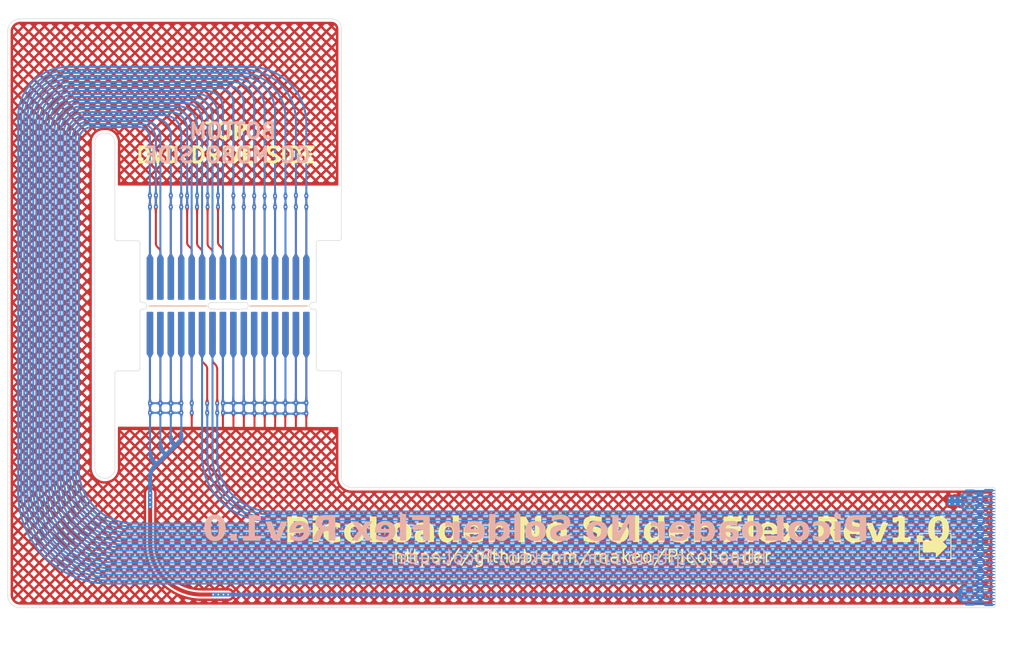
<source format=kicad_pcb>
(kicad_pcb (version 20241229) (generator "pcbnew") (generator_version "9.0")
  (layers (0 "F.Cu" signal) (2 "B.Cu" signal) (13 "F.Paste" user) (15 "B.Paste" user) (5 "F.SilkS" user "F.Silkscreen") (7 "B.SilkS" user "B.Silkscreen") (1 "F.Mask" user) (3 "B.Mask" user) (25 "Edge.Cuts" user))
  (net 0 "")
  (net 1 "/D4")
  (net 2 "/D0")
  (net 3 "/D3")
  (net 4 "/D5")
  (net 5 "/D1")
  (net 6 "/D2")
  (net 7 "+5V")
  (net 8 "/D6")
  (net 9 "/D7")
  (net 10 "GND")
  (net 11 "/GC_ERR")
  (net 12 "/DVD_RESET")
  (net 13 "/AISLR")
  (net 14 "/DVD_DSTRB")
  (net 15 "/GC_DSTRB")
  (net 16 "/GC_COVER")
  (net 17 "/HSTRB")
  (net 18 "/DVD_BRK")
  (net 19 "/AISCLK")
  (net 20 "/DVD_ERR")
  (net 21 "/GC_DIR")
  (net 22 "/GC_RESET")
  (net 23 "/DVD_COVER")
  (net 24 "/DVD_DIR")
  (net 25 "/GC_AISD")
  (net 26 "/DVD_AISD")
  (net 27 "/GC_BRK")
  (footprint "GamecubeConnectors:DVDCN_FLEX_PADS" (layer "F.Cu") (at 128.22 66.83)
    (property "Reference" "U1" (hide yes))
    (property "Value" "~" (hide yes))
  )
  (footprint "MolexLibrary:39 Pin 0.30MM Molex FFC" (layer "B.Cu") (at 203.044086 96.79)
    (property "Reference" "J1" (hide yes))
    (property "Value" "5025983993")
    (fp_line (start 2.025408 1.8) (end -5.4 1.8) (stroke (width 0.05)) (layer "Edge.Cuts"))
    (fp_line (start 2.025408 13.8) (end -5.4 13.8) (stroke (width 0.05)) (layer "Edge.Cuts"))
    (fp_line (start 2.225408 13.6) (end 2.225408 2) (stroke (width 0.05)) (layer "Edge.Cuts"))
    (fp_arc (start 2.025408 1.8) (mid 2.166824 1.858581) (end 2.225408 2) (stroke (width 0.05)) (layer "Edge.Cuts"))
    (fp_arc (start 2.225408 13.6) (mid 2.16683 13.741424) (end 2.025408 13.8) (stroke (width 0.05)) (layer "Edge.Cuts"))
  )
  (gr_poly (pts (xy 199.389999 103.43) (xy 200.429999 104.469999) (xy 199.389999 105.509999)) (stroke (width 0.1)) (fill yes) (layer "F.SilkS"))
  (gr_line (start 130.9 80.47) (end 136.65 80.47) (stroke (width 0.1)) (layer "F.SilkS"))
  (gr_line (start 120.83 80.47) (end 126.58 80.47) (stroke (width 0.1)) (layer "F.SilkS"))
  (gr_poly (pts (xy 199.39 103.929999) (xy 199.389999 105.010001) (xy 198.1 105.009999) (xy 198.1 103.93)) (stroke (width 0.1)) (fill yes) (layer "F.SilkS"))
  (gr_rect (start 197.6975 103.18) (end 200.8425 105.78) (stroke (width 0.1)) (fill no) (layer "F.SilkS"))
  (gr_line (start 120.83 80.47) (end 126.58 80.47) (stroke (width 0.1)) (layer "B.SilkS"))
  (gr_line (start 130.9 80.47) (end 136.65 80.47) (stroke (width 0.1)) (layer "B.SilkS"))
  (gr_arc (start 140.04 73.69) (mid 139.966777 73.866777) (end 139.79 73.94) (stroke (width 0.05)) (layer "Edge.Cuts"))
  (gr_arc (start 136.86 80.44) (mid 136.953726 80.213726) (end 137.18 80.12) (stroke (width 0.05)) (layer "Edge.Cuts"))
  (gr_arc (start 137.18 80.79) (mid 136.953726 80.696274) (end 136.86 80.47) (stroke (width 0.05)) (layer "Edge.Cuts"))
  (gr_line (start 137.54 80.99) (end 137.54 86.69) (stroke (width 0.05)) (layer "Edge.Cuts"))
  (gr_line (start 127.06 80.79) (end 130.42 80.79) (stroke (width 0.05)) (layer "Edge.Cuts"))
  (gr_line (start 137.54 79.92) (end 137.54 74.19) (stroke (width 0.05)) (layer "Edge.Cuts"))
  (gr_arc (start 116.539828 63.212893) (mid 117.176208 63.476506) (end 117.439828 64.112893) (stroke (width 0.05)) (layer "Edge.Cuts"))
  (gr_line (start 119.94 80.99) (end 119.94 86.705) (stroke (width 0.05)) (layer "Edge.Cuts"))
  (gr_line (start 117.689828 73.955) (end 119.69 73.955) (stroke (width 0.05)) (layer "Edge.Cuts"))
  (gr_arc (start 119.94 80.99) (mid 119.998579 80.848579) (end 120.14 80.79) (stroke (width 0.05)) (layer "Edge.Cuts"))
  (gr_line (start 115.44 64.112893) (end 115.44 96.667107) (stroke (width 0.05)) (layer "Edge.Cuts"))
  (gr_arc (start 115.44 64.112893) (mid 115.703606 63.476501) (end 116.34 63.212893) (stroke (width 0.05)) (layer "Edge.Cuts"))
  (gr_arc (start 137.54 74.19) (mid 137.613223 74.013223) (end 137.79 73.94) (stroke (width 0.05)) (layer "Edge.Cuts"))
  (gr_arc (start 126.74 80.44) (mid 126.833726 80.213726) (end 127.06 80.12) (stroke (width 0.05)) (layer "Edge.Cuts"))
  (gr_arc (start 141.04 98.59) (mid 140.332893 98.297107) (end 140.04 97.59) (stroke (width 0.05)) (layer "Edge.Cuts"))
  (gr_arc (start 137.79 86.94) (mid 137.613223 86.866777) (end 137.54 86.69) (stroke (width 0.05)) (layer "Edge.Cuts"))
  (gr_arc (start 130.74 80.47) (mid 130.646274 80.696274) (end 130.42 80.79) (stroke (width 0.05)) (layer "Edge.Cuts"))
  (gr_arc (start 137.54 79.92) (mid 137.481421 80.061421) (end 137.34 80.12) (stroke (width 0.05)) (layer "Edge.Cuts"))
  (gr_line (start 107.99 51.79) (end 139.04 51.79) (stroke (width 0.05)) (layer "Edge.Cuts"))
  (gr_line (start 119.69 86.955) (end 117.69 86.955) (stroke (width 0.05)) (layer "Edge.Cuts"))
  (gr_arc (start 120.3 80.12) (mid 120.526274 80.213726) (end 120.62 80.44) (stroke (width 0.05)) (layer "Edge.Cuts"))
  (gr_line (start 130.74 80.44) (end 130.74 80.47) (stroke (width 0.05)) (layer "Edge.Cuts"))
  (gr_line (start 140.04 73.69) (end 140.04 52.79) (stroke (width 0.05)) (layer "Edge.Cuts"))
  (gr_arc (start 107.99 110.59) (mid 107.106117 110.223883) (end 106.74 109.34) (stroke (width 0.05)) (layer "Edge.Cuts"))
  (gr_line (start 141.04 98.59) (end 197.644086 98.59) (stroke (width 0.05)) (layer "Edge.Cuts"))
  (gr_line (start 116.539828 63.212893) (end 116.34 63.212893) (stroke (width 0.05)) (layer "Edge.Cuts"))
  (gr_line (start 127.06 80.12) (end 130.42 80.12) (stroke (width 0.05)) (layer "Edge.Cuts"))
  (gr_line (start 126.74 80.44) (end 126.74 80.47) (stroke (width 0.05)) (layer "Edge.Cuts"))
  (gr_arc (start 130.42 80.12) (mid 130.646274 80.213726) (end 130.74 80.44) (stroke (width 0.05)) (layer "Edge.Cuts"))
  (gr_arc (start 106.74 53.04) (mid 107.106117 52.156117) (end 107.99 51.79) (stroke (width 0.05)) (layer "Edge.Cuts"))
  (gr_line (start 120.14 80.12) (end 120.3 80.12) (stroke (width 0.05)) (layer "Edge.Cuts"))
  (gr_arc (start 139.79 86.94) (mid 139.966777 87.013223) (end 140.04 87.19) (stroke (width 0.05)) (layer "Edge.Cuts"))
  (gr_line (start 137.34 80.79) (end 137.18 80.79) (stroke (width 0.05)) (layer "Edge.Cuts"))
  (gr_line (start 137.34 80.12) (end 137.18 80.12) (stroke (width 0.05)) (layer "Edge.Cuts"))
  (gr_arc (start 117.44 87.205) (mid 117.513223 87.028223) (end 117.69 86.955) (stroke (width 0.05)) (layer "Edge.Cuts"))
  (gr_arc (start 117.689828 73.955) (mid 117.513104 73.881857) (end 117.439828 73.7052) (stroke (width 0.05)) (layer "Edge.Cuts"))
  (gr_line (start 137.79 86.94) (end 139.79 86.94) (stroke (width 0.05)) (layer "Edge.Cuts"))
  (gr_line (start 137.79 73.94) (end 139.79 73.94) (stroke (width 0.05)) (layer "Edge.Cuts"))
  (gr_line (start 136.86 80.47) (end 136.86 80.44) (stroke (width 0.05)) (layer "Edge.Cuts"))
  (gr_line (start 140.04 87.19) (end 140.04 97.59) (stroke (width 0.05)) (layer "Edge.Cuts"))
  (gr_arc (start 119.69 73.955) (mid 119.866777 74.028223) (end 119.94 74.205) (stroke (width 0.05)) (layer "Edge.Cuts"))
  (gr_arc (start 139.04 51.79) (mid 139.747107 52.082893) (end 140.04 52.79) (stroke (width 0.05)) (layer "Edge.Cuts"))
  (gr_arc (start 120.62 80.47) (mid 120.526274 80.696274) (end 120.3 80.79) (stroke (width 0.05)) (layer "Edge.Cuts"))
  (gr_line (start 120.14 80.79) (end 120.3 80.79) (stroke (width 0.05)) (layer "Edge.Cuts"))
  (gr_arc (start 120.14 80.12) (mid 119.998579 80.061421) (end 119.94 79.92) (stroke (width 0.05)) (layer "Edge.Cuts"))
  (gr_line (start 117.44 87.205) (end 117.44 96.667107) (stroke (width 0.05)) (layer "Edge.Cuts"))
  (gr_line (start 119.94 79.92) (end 119.94 74.205) (stroke (width 0.05)) (layer "Edge.Cuts"))
  (gr_arc (start 116.44 97.667107) (mid 115.732891 97.374214) (end 115.44 96.667107) (stroke (width 0.05)) (layer "Edge.Cuts"))
  (gr_arc (start 117.44 96.667107) (mid 117.147104 97.374209) (end 116.44 97.667107) (stroke (width 0.05)) (layer "Edge.Cuts"))
  (gr_line (start 117.439828 73.7052) (end 117.439828 64.112893) (stroke (width 0.05)) (layer "Edge.Cuts"))
  (gr_line (start 120.62 80.47) (end 120.62 80.44) (stroke (width 0.05)) (layer "Edge.Cuts"))
  (gr_line (start 106.74 109.34) (end 106.74 53.04) (stroke (width 0.05)) (layer "Edge.Cuts"))
  (gr_arc (start 137.34 80.79) (mid 137.481421 80.848579) (end 137.54 80.99) (stroke (width 0.05)) (layer "Edge.Cuts"))
  (gr_arc (start 127.06 80.79) (mid 126.833726 80.696274) (end 126.74 80.47) (stroke (width 0.05)) (layer "Edge.Cuts"))
  (gr_line (start 197.635 110.59) (end 107.99 110.59) (stroke (width 0.05)) (layer "Edge.Cuts"))
  (gr_arc (start 119.94 86.705) (mid 119.866777 86.881777) (end 119.69 86.955) (stroke (width 0.05)) (layer "Edge.Cuts"))
  (gr_text "https://github.com/makeo/PicoLoader" (at 164.06 105.46 0) (layer "F.SilkS") (effects (font (size 1.27 1.27))))
  (gr_text "PicoLoader No Solder Flex Rev1.0" (at 134.32 104.46 0) (layer "F.SilkS") (effects (font (size 2.5 2.5) (thickness 0.2) (bold yes)) (justify left bottom)))
  (gr_text "      TOP\nDVD DRIVE SIDE" (at 119.38 66.294 0) (layer "F.SilkS") (effects (font (size 1.5 1.5) (thickness 0.3)) (justify left bottom)))
  (gr_text "https://github.com/makeo/PicoLoader" (at 163.63 105.57 0) (layer "B.SilkS") (effects (font (size 1.27 1.27)) (justify mirror)))
  (gr_text "   BOTTOM\nGC MOBO SIDE" (at 137.16 66.294 0) (layer "B.SilkS") (effects (font (size 1.5 1.5) (thickness 0.3) (bold yes)) (justify left bottom mirror)))
  (gr_text "PicoLoader No Solder Flex Rev1.0" (at 192.72 104.32 0) (layer "B.SilkS") (effects (font (size 2.5 2.5) (thickness 0.2) (bold yes)) (justify left bottom mirror)))
  (segment (start 132.38 70.55) (end 132.38 69.48) (width 0.2) (layer "F.Cu") (net 1))
  (segment (start 132.38 77.73) (end 132.38 70.55) (width 0.2) (layer "F.Cu") (net 1))
  (via (at 132.38 70.58) (size 0.4) (drill 0.15) (layers "F.Cu" "B.Cu") (net 1))
  (via (at 132.38 69.48) (size 0.4) (drill 0.15) (layers "F.Cu" "B.Cu") (net 1))
  (segment (start 132.38 60.723702) (end 132.38 69.48) (width 0.2) (layer "B.Cu") (net 1))
  (segment (start 202.72 106.99) (end 117.358674 106.99) (width 0.2) (layer "B.Cu") (net 1))
  (segment (start 113.105434 57.795893) (end 129.452191 57.795893) (width 0.2) (layer "B.Cu") (net 1))
  (segment (start 108.998 98.629326) (end 108.998 61.903327) (width 0.2) (layer "B.Cu") (net 1))
  (segment (start 132.38 77.73) (end 132.38 70.58) (width 0.2) (layer "B.Cu") (net 1))
  (segment (start 132.38 70.58) (end 132.38 69.48) (width 0.2) (layer "B.Cu") (net 1))
  (arc (start 108.998 61.903327) (mid 110.20104 58.998933) (end 113.105434 57.795893) (width 0.2) (layer "B.Cu") (net 1))
  (arc (start 129.452191 57.795893) (mid 131.522465 58.653428) (end 132.38 60.723702) (width 0.2) (layer "B.Cu") (net 1))
  (arc (start 117.358674 106.99) (mid 111.446785 104.541215) (end 108.998 98.629326) (width 0.2) (layer "B.Cu") (net 1))
  (segment (start 136.54 77.73) (end 136.54 70.44) (width 0.2) (layer "F.Cu") (net 2))
  (segment (start 136.54 70.44) (end 136.54 69.46) (width 0.2) (layer "F.Cu") (net 2))
  (via (at 136.54 69.46) (size 0.4) (drill 0.15) (layers "F.Cu" "B.Cu") (net 2))
  (via (at 136.54 70.58) (size 0.4) (drill 0.15) (layers "F.Cu" "B.Cu") (net 2))
  (segment (start 107.794 61.599037) (end 107.794 99.116438) (width 0.2) (layer "B.Cu") (net 2))
  (segment (start 116.867561 108.189999) (end 202.710926 108.189999) (width 0.2) (layer "B.Cu") (net 2))
  (segment (start 136.54 77.73) (end 136.54 70.58) (width 0.2) (layer "B.Cu") (net 2))
  (segment (start 130.87583 56.591893) (end 112.801144 56.591893) (width 0.2) (layer "B.Cu") (net 2))
  (segment (start 136.54 70.58) (end 136.54 69.46) (width 0.2) (layer "B.Cu") (net 2))
  (segment (start 136.54 69.46) (end 136.54 62.256063) (width 0.2) (layer "B.Cu") (net 2))
  (arc (start 112.801144 56.591893) (mid 109.260559 58.058452) (end 107.794 61.599037) (width 0.2) (layer "B.Cu") (net 2))
  (arc (start 136.54 62.256063) (mid 134.881003 58.25089) (end 130.87583 56.591893) (width 0.2) (layer "B.Cu") (net 2))
  (arc (start 116.867561 108.189999) (mid 110.451584 105.532415) (end 107.794 99.116438) (width 0.2) (layer "B.Cu") (net 2))
  (segment (start 133.42 70.52) (end 133.42 69.5) (width 0.2) (layer "F.Cu") (net 3))
  (segment (start 133.42 77.73) (end 133.42 70.52) (width 0.2) (layer "F.Cu") (net 3))
  (via (at 133.42 70.58) (size 0.4) (drill 0.15) (layers "F.Cu" "B.Cu") (net 3))
  (via (at 133.42 69.5) (size 0.4) (drill 0.15) (layers "F.Cu" "B.Cu") (net 3))
  (segment (start 113.015684 57.494893) (end 129.830385 57.494893) (width 0.2) (layer "B.Cu") (net 3))
  (segment (start 133.42 77.73) (end 133.42 70.58) (width 0.2) (layer "B.Cu") (net 3))
  (segment (start 133.42 70.58) (end 133.42 69.5) (width 0.2) (layer "B.Cu") (net 3))
  (segment (start 133.42 61.084508) (end 133.42 69.5) (width 0.2) (layer "B.Cu") (net 3))
  (segment (start 202.72 107.29) (end 117.316407 107.29) (width 0.2) (layer "B.Cu") (net 3))
  (segment (start 108.697 98.670593) (end 108.697 61.813577) (width 0.2) (layer "B.Cu") (net 3))
  (arc (start 108.697 61.813577) (mid 109.961913 58.759806) (end 113.015684 57.494893) (width 0.2) (layer "B.Cu") (net 3))
  (arc (start 117.316407 107.29) (mid 111.221566 104.765434) (end 108.697 98.670593) (width 0.2) (layer "B.Cu") (net 3))
  (arc (start 129.830385 57.494893) (mid 132.368626 58.546267) (end 133.42 61.084508) (width 0.2) (layer "B.Cu") (net 3))
  (segment (start 131.34 77.73) (end 131.34 70.54) (width 0.2) (layer "F.Cu") (net 4))
  (segment (start 131.34 70.54) (end 131.34 69.46) (width 0.2) (layer "F.Cu") (net 4))
  (via (at 131.34 69.46) (size 0.4) (drill 0.15) (layers "F.Cu" "B.Cu") (net 4))
  (via (at 131.34 70.58) (size 0.4) (drill 0.15) (layers "F.Cu" "B.Cu") (net 4))
  (segment (start 109.299 98.578102) (end 109.299 62.027235) (width 0.2) (layer "B.Cu") (net 4))
  (segment (start 113.229342 58.096893) (end 129.181851 58.096893) (width 0.2) (layer "B.Cu") (net 4))
  (segment (start 131.34 70.58) (end 131.34 69.46) (width 0.2) (layer "B.Cu") (net 4))
  (segment (start 202.72 106.69) (end 117.410898 106.69) (width 0.2) (layer "B.Cu") (net 4))
  (segment (start 131.34 77.73) (end 131.34 70.58) (width 0.2) (layer "B.Cu") (net 4))
  (segment (start 202.710922 106.69) (end 202.710923 106.689999) (width 0.2) (layer "B.Cu") (net 4))
  (segment (start 131.34 60.255042) (end 131.34 69.46) (width 0.2) (layer "B.Cu") (net 4))
  (arc (start 109.299 62.027235) (mid 110.450171 59.248064) (end 113.229342 58.096893) (width 0.2) (layer "B.Cu") (net 4))
  (arc (start 129.181851 58.096893) (mid 130.707893 58.729) (end 131.34 60.255042) (width 0.2) (layer "B.Cu") (net 4))
  (arc (start 117.410898 106.69) (mid 111.67492 104.31408) (end 109.299 98.578102) (width 0.2) (layer "B.Cu") (net 4))
  (segment (start 135.5 77.73) (end 135.5 70.52) (width 0.2) (layer "F.Cu") (net 5))
  (segment (start 135.5 70.52) (end 135.5 69.43) (width 0.2) (layer "F.Cu") (net 5))
  (via (at 135.5 69.43) (size 0.4) (drill 0.15) (layers "F.Cu" "B.Cu") (net 5))
  (via (at 135.5 70.58) (size 0.4) (drill 0.15) (layers "F.Cu" "B.Cu") (net 5))
  (segment (start 135.5 61.999205) (end 135.5 69.43) (width 0.2) (layer "B.Cu") (net 5))
  (segment (start 112.900656 56.892893) (end 130.393688 56.892893) (width 0.2) (layer "B.Cu") (net 5))
  (segment (start 135.5 77.73) (end 135.5 70.58) (width 0.2) (layer "B.Cu") (net 5))
  (segment (start 108.095 98.95176) (end 108.095 61.698549) (width 0.2) (layer "B.Cu") (net 5))
  (segment (start 202.72 107.89) (end 117.03324 107.89) (width 0.2) (layer "B.Cu") (net 5))
  (segment (start 135.5 70.58) (end 135.5 69.43) (width 0.2) (layer "B.Cu") (net 5))
  (arc (start 108.095 61.698549) (mid 109.502544 58.300437) (end 112.900656 56.892893) (width 0.2) (layer "B.Cu") (net 5))
  (arc (start 117.03324 107.89) (mid 110.71295 105.27205) (end 108.095 98.95176) (width 0.2) (layer "B.Cu") (net 5))
  (arc (start 130.393688 56.892893) (mid 134.004396 58.388497) (end 135.5 61.999205) (width 0.2) (layer "B.Cu") (net 5))
  (segment (start 134.46 77.73) (end 134.46 70.46) (width 0.2) (layer "F.Cu") (net 6))
  (segment (start 134.46 70.46) (end 134.46 70.59) (width 0.2) (layer "F.Cu") (net 6))
  (segment (start 134.46 70.46) (end 134.46 69.48) (width 0.2) (layer "F.Cu") (net 6))
  (via (at 134.46 70.58) (size 0.4) (drill 0.15) (layers "F.Cu" "B.Cu") (net 6))
  (via (at 134.46 69.48) (size 0.4) (drill 0.15) (layers "F.Cu" "B.Cu") (net 6))
  (segment (start 108.396 98.84724) (end 108.396 61.767579) (width 0.2) (layer "B.Cu") (net 6))
  (segment (start 202.72 107.59) (end 117.13876 107.59) (width 0.2) (layer "B.Cu") (net 6))
  (segment (start 134.46 70.58) (end 134.46 69.48) (width 0.2) (layer "B.Cu") (net 6))
  (segment (start 112.969686 57.193893) (end 129.960031 57.193893) (width 0.2) (layer "B.Cu") (net 6))
  (segment (start 134.46 77.73) (end 134.46 70.58) (width 0.2) (layer "B.Cu") (net 6))
  (segment (start 134.46 61.693862) (end 134.46 69.48) (width 0.2) (layer "B.Cu") (net 6))
  (arc (start 129.960031 57.193893) (mid 133.14199 58.511903) (end 134.46 61.693862) (width 0.2) (layer "B.Cu") (net 6))
  (arc (start 108.396 61.767579) (mid 109.735602 58.533495) (end 112.969686 57.193893) (width 0.2) (layer "B.Cu") (net 6))
  (arc (start 117.13876 107.59) (mid 110.956695 105.029305) (end 108.396 98.84724) (width 0.2) (layer "B.Cu") (net 6))
  (segment (start 121.98 89.33) (end 121.98 90.66) (width 0.2) (layer "F.Cu") (net 7))
  (segment (start 120.96 100.07) (end 120.96 100.52) (width 0.4) (layer "F.Cu") (net 7))
  (segment (start 120.94 90.19) (end 120.95 90.18) (width 0.2) (layer "F.Cu") (net 7))
  (segment (start 120.96 100.52) (end 120.96 104.165097) (width 0.4) (layer "F.Cu") (net 7))
  (segment (start 120.94 89.55) (end 120.94 90.73) (width 0.2) (layer "F.Cu") (net 7))
  (segment (start 120.94 91.12) (end 120.95 91.13) (width 0.2) (layer "F.Cu") (net 7))
  (segment (start 120.94 90.73) (end 120.94 91.12) (width 0.2) (layer "F.Cu") (net 7))
  (segment (start 121.98 91.13) (end 121.98 90.66) (width 0.2) (layer "F.Cu") (net 7))
  (segment (start 120.94 89.55) (end 120.94 90.17) (width 0.2) (layer "F.Cu") (net 7))
  (segment (start 121.98 83.18) (end 121.98 89.33) (width 0.2) (layer "F.Cu") (net 7))
  (segment (start 124.07 90.17) (end 124.07 91.09) (width 0.2) (layer "F.Cu") (net 7))
  (segment (start 124.06 83.18) (end 124.06 90.13) (width 0.2) (layer "F.Cu") (net 7))
  (segment (start 128.27 109.28) (end 127.762 109.28) (width 0.4) (layer "F.Cu") (net 7))
  (segment (start 121.98 90.18) (end 121.98 89.33) (width 0.2) (layer "F.Cu") (net 7))
  (segment (start 126.087576 109.28) (end 127.254 109.28) (width 0.4) (layer "F.Cu") (net 7))
  (segment (start 120.96 99.16) (end 120.96 99.62) (width 0.4) (layer "F.Cu") (net 7))
  (segment (start 128.740937 109.28) (end 128.27 109.28) (width 0.4) (layer "F.Cu") (net 7))
  (segment (start 124.07 91.241573) (end 124.07 91.14) (width 0.2) (layer "F.Cu") (net 7))
  (segment (start 123.02 90.18) (end 123.02 91.13) (width 0.2) (layer "F.Cu") (net 7))
  (segment (start 121.98 90.66) (end 121.98 90.18) (width 0.2) (layer "F.Cu") (net 7))
  (segment (start 120.94 90.17) (end 120.95 90.18) (width 0.2) (layer "F.Cu") (net 7))
  (segment (start 122.455483 107.775514) (end 122.455525 107.775555) (width 0.4) (layer "F.Cu") (net 7))
  (segment (start 120.94 83.18) (end 120.94 89.55) (width 0.2) (layer "F.Cu") (net 7))
  (segment (start 120.94 90.73) (end 120.94 90.19) (width 0.2) (layer "F.Cu") (net 7))
  (segment (start 124.07 91.09) (end 124.08 91.1) (width 0.2) (layer "F.Cu") (net 7))
  (segment (start 123.02 90.18) (end 123.02 83.18) (width 0.2) (layer "F.Cu") (net 7))
  (segment (start 120.96 99.62) (end 120.96 100.07) (width 0.4) (layer "F.Cu") (net 7))
  (segment (start 127.762 109.28) (end 127.254 109.28) (width 0.4) (layer "F.Cu") (net 7))
  (segment (start 124.06 90.13) (end 124.07 90.14) (width 0.2) (layer "F.Cu") (net 7))
  (via (at 120.96 99.62) (size 0.4) (drill 0.15) (layers "F.Cu" "B.Cu") (net 7))
  (via (at 128.740937 109.28) (size 0.4) (drill 0.15) (layers "F.Cu" "B.Cu") (net 7))
  (via (at 120.95 90.18) (size 0.4) (drill 0.15) (layers "F.Cu" "B.Cu") (net 7))
  (via (at 120.95 91.13) (size 0.4) (drill 0.15) (layers "F.Cu" "B.Cu") (net 7))
  (via (at 121.98 91.13) (size 0.4) (drill 0.15) (layers "F.Cu" "B.Cu") (net 7))
  (via (at 127.254 109.28) (size 0.4) (drill 0.15) (layers "F.Cu" "B.Cu") (net 7))
  (via (at 123.02 91.13) (size 0.4) (drill 0.15) (layers "F.Cu" "B.Cu") (net 7))
  (via (at 123.02 90.18) (size 0.4) (drill 0.15) (layers "F.Cu" "B.Cu") (net 7))
  (via (at 120.96 100.52) (size 0.4) (drill 0.15) (layers "F.Cu" "B.Cu") (net 7))
  (via (at 120.96 100.07) (size 0.4) (drill 0.15) (layers "F.Cu" "B.Cu") (net 7))
  (via (at 124.07 90.17) (size 0.4) (drill 0.15) (layers "F.Cu" "B.Cu") (net 7))
  (via (at 128.27 109.28) (size 0.4) (drill 0.15) (layers "F.Cu" "B.Cu") (net 7))
  (via (at 127.762 109.28) (size 0.4) (drill 0.15) (layers "F.Cu" "B.Cu") (net 7))
  (via (at 120.96 99.16) (size 0.4) (drill 0.15) (layers "F.Cu" "B.Cu") (net 7))
  (via (at 121.98 90.18) (size 0.4) (drill 0.15) (layers "F.Cu" "B.Cu") (net 7))
  (via (at 124.07 91.14) (size 0.4) (drill 0.15) (layers "F.Cu" "B.Cu") (net 7))
  (arc (start 120.96 104.165097) (mid 121.348663 106.11904) (end 122.455483 107.775514) (width 0.4) (layer "F.Cu") (net 7))
  (arc (start 122.455525 107.775555) (mid 124.121924 108.889007) (end 126.087576 109.28) (width 0.4) (layer "F.Cu") (net 7))
  (segment (start 121.98 91.13) (end 121.98 93.979879) (width 0.2) (layer "B.Cu") (net 7))
  (segment (start 123.02 83.18) (end 123.02 89.57) (width 0.2) (layer "B.Cu") (net 7))
  (segment (start 121.98 90.18) (end 121.98 91.13) (width 0.2) (layer "B.Cu") (net 7))
  (segment (start 124.06 89.38) (end 124.06 90.82) (width 0.2) (layer "B.Cu") (net 7))
  (segment (start 121.414387 96.453013) (end 121.5887 96.2787) (width 0.4) (layer "B.Cu") (net 7))
  (segment (start 123.4087 94.4587) (end 124.07 93.7974) (width 0.4) (layer "B.Cu") (net 7))
  (segment (start 123.02 91.13) (end 121.98 91.13) (width 0.2) (layer "B.Cu") (net 7))
  (segment (start 123.02 89.57) (end 123.02 90.69) (width 0.2) (layer "B.Cu") (net 7))
  (segment (start 120.94 90.17) (end 120.95 90.18) (width 0.2) (layer "B.Cu") (net 7))
  (segment (start 201.68 109.28) (end 201.79 109.39) (width 0.2) (layer "B.Cu") (net 7))
  (segment (start 120.94 83.18) (end 120.94 90.17) (width 0.2) (layer "B.Cu") (net 7))
  (segment (start 201.68 109.671508) (end 201.998492 109.99) (width 0.2) (layer "B.Cu") (net 7))
  (segment (start 201.68 109.28) (end 201.87 109.09) (width 0.2) (layer "B.Cu") (net 7))
  (segment (start 124.07 93.7974) (end 124.07 93.25) (width 0.4) (layer "B.Cu") (net 7))
  (segment (start 124.06 89.38) (end 124.06 90.16) (width 0.2) (layer "B.Cu") (net 7))
  (segment (start 121.98 90.18) (end 120.95 90.18) (width 0.2) (layer "B.Cu") (net 7))
  (segment (start 120.991479 95.16) (end 120.991479 95.202215) (width 0.4) (layer "B.Cu") (net 7))
  (segment (start 123.02 90.18) (end 121.98 90.18) (width 0.2) (layer "B.Cu") (net 7))
  (segment (start 201.93 108.79) (end 202.72 108.79) (width 0.2) (layer "B.Cu") (net 7))
  (segment (start 124.06 90.82) (end 124.06 90.18) (width 0.2) (layer "B.Cu") (net 7))
  (segment (start 123.02 89.57) (end 123.02 90.18) (width 0.2) (layer "B.Cu") (net 7))
  (segment (start 123.02 90.18) (end 124.045858 90.18) (width 0.2) (layer "B.Cu") (net 7))
  (segment (start 201.79 109.39) (end 202.72 109.39) (width 0.2) (layer "B.Cu") (net 7))
  (segment (start 124.06 90.18) (end 124.07 90.17) (width 0.2) (layer "B.Cu") (net 7))
  (segment (start 121.5887 96.2787) (end 121.36022 96.05022) (width 0.4) (layer "B.Cu") (net 7))
  (segment (start 120.96 99.16) (end 120.96 100.52) (width 0.4) (layer "B.Cu") (net 7))
  (segment (start 120.96 97.55) (end 120.96 99.16) (width 0.4) (layer "B.Cu") (net 7))
  (segment (start 121.98 91.13) (end 120.95 91.13) (width 0.2) (layer "B.Cu") (net 7))
  (segment (start 201.68 109.43) (end 201.94 109.69) (width 0.2) (layer "B.Cu") (net 7))
  (segment (start 201.68 109.28) (end 201.68 109.671508) (width 0.2) (layer "B.Cu") (net 7))
  (segment (start 201.998492 109.99) (end 202.72 109.99) (width 0.2) (layer "B.Cu") (net 7))
  (segment (start 201.68 109.28) (end 201.68 109.04) (width 0.2) (layer "B.Cu") (net 7))
  (segment (start 201.68 109.28) (end 128.740937 109.28) (width 0.4) (layer "B.Cu") (net 7))
  (segment (start 124.06 83.18) (end 124.06 89.38) (width 0.2) (layer "B.Cu") (net 7))
  (segment (start 201.87 109.09) (end 202.72 109.09) (width 0.2) (layer "B.Cu") (net 7))
  (segment (start 123.02 90.69) (end 123.02 90.18) (width 0.2) (layer "B.Cu") (net 7))
  (segment (start 124.06 90.82) (end 124.06 91.13) (width 0.2) (layer "B.Cu") (net 7))
  (segment (start 123.02 90.69) (end 123.02 91.13) (width 0.2) (layer "B.Cu") (net 7))
  (segment (start 120.95 91.13) (end 120.95 94.736742) (width 0.2) (layer "B.Cu") (net 7))
  (segment (start 121.98 83.18) (end 121.98 90.18) (width 0.2) (layer "B.Cu") (net 7))
  (segment (start 124.06 90.16) (end 124.07 90.17) (width 0.2) (layer "B.Cu") (net 7))
  (segment (start 201.68 108.86) (end 202.05 108.49) (width 0.2) (layer "B.Cu") (net 7))
  (segment (start 128.740937 109.28) (end 127.254 109.28) (width 0.4) (layer "B.Cu") (net 7))
  (segment (start 122.5387 95.3287) (end 122.367035 95.157035) (width 0.4) (layer "B.Cu") (net 7))
  (segment (start 201.68 109.04) (end 201.93 108.79) (width 0.2) (layer "B.Cu") (net 7))
  (segment (start 201.94 109.69) (end 202.72 109.69) (width 0.2) (layer "B.Cu") (net 7))
  (segment (start 122.5387 95.3287) (end 123.4087 94.4587) (width 0.4) (layer "B.Cu") (net 7))
  (segment (start 120.95 91.13) (end 120.95 90.18) (width 0.2) (layer "B.Cu") (net 7))
  (segment (start 123.02 91.13) (end 123.02 93.520295) (width 0.2) (layer "B.Cu") (net 7))
  (segment (start 122.5387 95.3287) (end 121.5887 96.2787) (width 0.4) (layer "B.Cu") (net 7))
  (segment (start 124.06 91.13) (end 124.07 91.14) (width 0.2) (layer "B.Cu") (net 7))
  (segment (start 201.68 109.28) (end 201.68 108.86) (width 0.2) (layer "B.Cu") (net 7))
  (segment (start 201.68 109.28) (end 201.68 109.43) (width 0.2) (layer "B.Cu") (net 7))
  (segment (start 124.07 91.14) (end 124.07 93.25) (width 0.2) (layer "B.Cu") (net 7))
  (segment (start 202.05 108.49) (end 202.72 108.49) (width 0.2) (layer "B.Cu") (net 7))
  (segment (start 124.045858 91.13) (end 123.02 91.13) (width 0.2) (layer "B.Cu") (net 7))
  (arc (start 124.045858 90.18) (mid 124.058924 90.177401) (end 124.07 90.17) (width 0.2) (layer "B.Cu") (net 7))
  (arc (start 123.4087 94.4587) (mid 123.12102 94.028156) (end 123.02 93.520295) (width 0.4) (layer "B.Cu") (net 7))
  (arc (start 121.98 93.979879) (mid 122.125202 94.709855) (end 122.5387 95.3287) (width 0.2) (layer "B.Cu") (net 7))
  (arc (start 122.367035 95.157035) (mid 122.098168 94.754648) (end 122.003755 94.28) (width 0.4) (layer "B.Cu") (net 7))
  (arc (start 124.07 91.14) (mid 124.058924 91.132598) (end 124.045858 91.13) (width 0.2) (layer "B.Cu") (net 7))
  (arc (start 120.95 94.736742) (mid 121.115993 95.571243) (end 121.5887 96.2787) (width 0.2) (layer "B.Cu") (net 7))
  (arc (start 121.36022 96.05022) (mid 121.087312 95.641784) (end 120.991479 95.16) (width 0.4) (layer "B.Cu") (net 7))
  (arc (start 120.96 97.55) (mid 121.078091 96.956315) (end 121.414387 96.453013) (width 0.4) (layer "B.Cu") (net 7))
  (segment (start 130.3 70.54) (end 130.3 69.44) (width 0.2) (layer "F.Cu") (net 8))
  (segment (start 130.3 77.73) (end 130.3 70.54) (width 0.2) (layer "F.Cu") (net 8))
  (via (at 130.3 69.44) (size 0.4) (drill 0.15) (layers "F.Cu" "B.Cu") (net 8))
  (via (at 130.3 70.58) (size 0.4) (drill 0.15) (layers "F.Cu" "B.Cu") (net 8))
  (segment (start 202.72 106.39) (end 117.457244 106.39) (width 0.2) (layer "B.Cu") (net 8))
  (segment (start 113.39591 58.397893) (end 128.468069 58.397893) (width 0.2) (layer "B.Cu") (net 8))
  (segment (start 109.6 98.532756) (end 109.6 62.193803) (width 0.2) (layer "B.Cu") (net 8))
  (segment (start 130.3 77.73) (end 130.3 70.54) (width 0.2) (layer "B.Cu") (net 8))
  (segment (start 130.3 70.54) (end 130.3 69.44) (width 0.2) (layer "B.Cu") (net 8))
  (segment (start 130.3 60.229824) (end 130.3 69.44) (width 0.2) (layer "B.Cu") (net 8))
  (arc (start 128.468069 58.397893) (mid 129.76344 58.934453) (end 130.3 60.229824) (width 0.2) (layer "B.Cu") (net 8))
  (arc (start 117.457244 106.39) (mid 111.901333 104.088667) (end 109.6 98.532756) (width 0.2) (layer "B.Cu") (net 8))
  (arc (start 109.6 62.193803) (mid 110.711796 59.509689) (end 113.39591 58.397893) (width 0.2) (layer "B.Cu") (net 8))
  (segment (start 129.26 77.73) (end 129.26 70.58) (width 0.2) (layer "F.Cu") (net 9))
  (segment (start 129.26 70.58) (end 129.26 69.44) (width 0.2) (layer "F.Cu") (net 9))
  (via (at 129.26 69.44) (size 0.4) (drill 0.15) (layers "F.Cu" "B.Cu") (net 9))
  (via (at 129.26 70.58) (size 0.4) (drill 0.15) (layers "F.Cu" "B.Cu") (net 9))
  (segment (start 202.710922 106.089999) (end 202.710921 106.09) (width 0.2) (layer "B.Cu") (net 9))
  (segment (start 202.72 106.09) (end 117.567979 106.09) (width 0.2) (layer "B.Cu") (net 9))
  (segment (start 129.26 69.44) (end 129.26 70.58) (width 0.2) (layer "B.Cu") (net 9))
  (segment (start 129.26 60.146352) (end 129.26 69.44) (width 0.2) (layer "B.Cu") (net 9))
  (segment (start 129.26 77.73) (end 129.26 70.58) (width 0.2) (layer "B.Cu") (net 9))
  (segment (start 113.526683 58.698893) (end 127.812541 58.698893) (width 0.2) (layer "B.Cu") (net 9))
  (segment (start 109.901996 98.424017) (end 109.901996 62.32358) (width 0.2) (layer "B.Cu") (net 9))
  (arc (start 117.567979 106.09) (mid 112.14731 103.844686) (end 109.901996 98.424017) (width 0.2) (layer "B.Cu") (net 9))
  (arc (start 109.901996 62.32358) (mid 110.963642 59.760539) (end 113.526683 58.698893) (width 0.2) (layer "B.Cu") (net 9))
  (arc (start 127.812541 58.698893) (mid 128.836049 59.122844) (end 129.26 60.146352) (width 0.2) (layer "B.Cu") (net 9))
  (segment (start 129.26 89.56) (end 129.26 90.63) (width 0.2) (layer "F.Cu") (net 10))
  (segment (start 135.5 90.74) (end 135.5 91.22) (width 0.2) (layer "F.Cu") (net 10))
  (segment (start 125.11 91.14) (end 125.11 92.7) (width 0.2) (layer "F.Cu") (net 10))
  (segment (start 128.22 90.81) (end 128.22 90.18) (width 0.2) (layer "F.Cu") (net 10))
  (segment (start 132.38 89.44) (end 132.38 90.82) (width 0.2) (layer "F.Cu") (net 10))
  (segment (start 130.3 89.46) (end 130.3 90.14) (width 0.2) (layer "F.Cu") (net 10))
  (segment (start 129.27 90.62) (end 129.26 90.63) (width 0.2) (layer "F.Cu") (net 10))
  (segment (start 130.3 83.18) (end 130.3 89.46) (width 0.2) (layer "F.Cu") (net 10))
  (segment (start 129.27 89.73) (end 129.26 89.72) (width 0.2) (layer "F.Cu") (net 10))
  (segment (start 133.43 91.21) (end 133.43 92.66) (width 0.2) (layer "F.Cu") (net 10))
  (segment (start 132.38 83.18) (end 132.38 89.44) (width 0.2) (layer "F.Cu") (net 10))
  (segment (start 130.3 90.8) (end 130.3 90.16) (width 0.2) (layer "F.Cu") (net 10))
  (segment (start 128.22 90.57) (end 128.22 90.194142) (width 0.2) (layer "F.Cu") (net 10))
  (segment (start 134.46 90.12) (end 134.45 90.13) (width 0.2) (layer "F.Cu") (net 10))
  (segment (start 129.26 90.15) (end 129.27 90.16) (width 0.2) (layer "F.Cu") (net 10))
  (segment (start 129.27 90.16) (end 129.27 90.62) (width 0.2) (layer "F.Cu") (net 10))
  (segment (start 130.3 90.14) (end 130.31 90.15) (width 0.2) (layer "F.Cu") (net 10))
  (segment (start 128.22 83.18) (end 128.22 89.39) (width 0.2) (layer "F.Cu") (net 10))
  (segment (start 134.44 91.21) (end 134.44 92.68) (width 0.2) (layer "F.Cu") (net 10))
  (segment (start 129.26 83.18) (end 129.26 89.56) (width 0.2) (layer "F.Cu") (net 10))
  (segment (start 128.22 91.14) (end 128.22 92.65) (width 0.2) (layer "F.Cu") (net 10))
  (segment (start 132.38 89.44) (end 132.38 90.14) (width 0.2) (layer "F.Cu") (net 10))
  (segment (start 128.22 90.57) (end 128.22 90.81) (width 0.2) (layer "F.Cu") (net 10))
  (segment (start 125.1 90.16) (end 125.11 90.17) (width 0.2) (layer "F.Cu") (net 10))
  (segment (start 134.46 83.18) (end 134.46 90.12) (width 0.2) (layer "F.Cu") (net 10))
  (segment (start 125.11 90.17) (end 125.11 91.14) (width 0.2) (layer "F.Cu") (net 10))
  (segment (start 135.5 91.22) (end 135.51 91.23) (width 0.2) (layer "F.Cu") (net 10))
  (segment (start 135.5 90.14) (end 135.5 90.74) (width 0.2) (layer "F.Cu") (net 10))
  (segment (start 136.54 89.51) (end 136.54 90.14) (width 0.2) (layer "F.Cu") (net 10))
  (segment (start 128.22 90.18) (end 128.21 90.17) (width 0.2) (layer "F.Cu") (net 10))
  (segment (start 128.22 89.39) (end 128.22 90.57) (width 0.2) (layer "F.Cu") (net 10))
  (segment (start 133.42 90.12) (end 133.43 90.13) (width 0.2) (layer "F.Cu") (net 10))
  (segment (start 133.42 90.66) (end 133.42 90.154142) (width 0.2) (layer "F.Cu") (net 10))
  (segment (start 129.26 89.72) (end 129.26 90.15) (width 0.2) (layer "F.Cu") (net 10))
  (segment (start 132.38 90.82) (end 132.38 91.175858) (width 0.2) (layer "F.Cu") (net 10))
  (segment (start 136.54 90.14) (end 136.54 89.74) (width 0.2) (layer "F.Cu") (net 10))
  (segment (start 131.34 90.13) (end 131.35 90.14) (width 0.2) (layer "F.Cu") (net 10))
  (segment (start 135.5 90.74) (end 135.5 91.23) (width 0.2) (layer "F.Cu") (net 10))
  (segment (start 134.45 90.13) (end 134.45 90.74) (width 0.2) (layer "F.Cu") (net 10))
  (segment (start 132.39 91.2) (end 132.39 92.65) (width 0.2) (layer "F.Cu") (net 10))
  (segment (start 136.54 91.2) (end 136.54 92.63) (width 0.2) (layer "F.Cu") (net 10))
  (segment (start 130.3 91.135858) (end 130.3 90.8) (width 0.2) (layer "F.Cu") (net 10))
  (segment (start 133.42 90.9) (end 133.42 90.66) (width 0.2) (layer "F.Cu") (net 10))
  (segment (start 129.26 89.56) (end 129.26 89.72) (width 0.2) (layer "F.Cu") (net 10))
  (segment (start 136.54 89.51) (end 136.54 89.74) (width 0.2) (layer "F.Cu") (net 10))
  (segment (start 131.34 83.18) (end 131.34 90.13) (width 0.2) (layer "F.Cu") (net 10))
  (segment (start 135.5 83.18) (end 135.5 90.14) (width 0.2) (layer "F.Cu") (net 10))
  (segment (start 133.42 89.57) (end 133.42 90.12) (width 0.2) (layer "F.Cu") (net 10))
  (segment (start 129.27 91.15) (end 129.26 91.14) (width 0.2) (layer "F.Cu") (net 10))
  (segment (start 133.42 83.18) (end 133.42 89.57) (width 0.2) (layer "F.Cu") (net 10))
  (segment (start 129.26 91.14) (end 129.26 90.63) (width 0.2) (layer "F.Cu") (net 10))
  (segment (start 131.35 90.14) (end 131.35 91.141716) (width 0.2) (layer "F.Cu") (net 10))
  (segment (start 128.22 90.81) (end 128.22 91.14) (width 0.2) (layer "F.Cu") (net 10))
  (segment (start 136.54 83.18) (end 136.54 89.51) (width 0.2) (layer "F.Cu") (net 10))
  (segment (start 130.31 91.16) (end 130.31 92.66) (width 0.2) (layer "F.Cu") (net 10))
  (segment (start 132.38 90.82) (end 132.38 90.14) (width 0.2) (layer "F.Cu") (net 10))
  (segment (start 133.42 89.57) (end 133.42 90.9) (width 0.2) (layer "F.Cu") (net 10))
  (segment (start 135.5 91.23) (end 135.5 92.67) (width 0.2) (layer "F.Cu") (net 10))
  (segment (start 130.3 89.46) (end 130.3 90.8) (width 0.2) (layer "F.Cu") (net 10))
  (segment (start 129.27 91.15) (end 129.27 89.73) (width 0.2) (layer "F.Cu") (net 10))
  (segment (start 136.54 91.2) (end 136.54 90.14) (width 0.2) (layer "F.Cu") (net 10))
  (segment (start 133.42 90.9) (end 133.42 91.185858) (width 0.2) (layer "F.Cu") (net 10))
  (segment (start 130.3 90.16) (end 130.31 90.15) (width 0.2) (layer "F.Cu") (net 10))
  (segment (start 125.1 83.18) (end 125.1 90.16) (width 0.2) (layer "F.Cu") (net 10))
  (segment (start 136.54 89.74) (end 136.54 91.2) (width 0.2) (layer "F.Cu") (net 10))
  (segment (start 129.27 91.15) (end 129.27 92.64) (width 0.2) (layer "F.Cu") (net 10))
  (segment (start 134.45 90.74) (end 134.45 91.185858) (width 0.2) (layer "F.Cu") (net 10))
  (segment (start 128.22 89.39) (end 128.22 90.145858) (width 0.2) (layer "F.Cu") (net 10))
  (segment (start 133.42 90.66) (end 133.42 91.185858) (width 0.2) (layer "F.Cu") (net 10))
  (segment (start 131.37 91.19) (end 131.37 92.65) (width 0.2) (layer "F.Cu") (net 10))
  (via (at 135.5 91.23) (size 0.4) (drill 0.15) (layers "F.Cu" "B.Cu") (net 10))
  (via (at 201.79 99.67) (size 0.4) (drill 0.15) (layers "F.Cu" "B.Cu") (net 10))
  (via (at 201.24 99.67) (size 0.4) (drill 0.15) (layers "F.Cu" "B.Cu") (net 10))
  (via (at 201.8 100.23) (size 0.4) (drill 0.15) (layers "F.Cu" "B.Cu") (net 10))
  (via (at 200.71 100.23) (size 0.4) (drill 0.15) (layers "F.Cu" "B.Cu") (net 10))
  (via (at 128.21 90.17) (size 0.4) (drill 0.15) (layers "F.Cu" "B.Cu") (net 10))
  (via (at 136.54 90.14) (size 0.4) (drill 0.15) (layers "F.Cu" "B.Cu") (net 10))
  (via (at 130.31 90.15) (size 0.4) (drill 0.15) (layers "F.Cu" "B.Cu") (net 10))
  (via (at 132.39 91.2) (size 0.4) (drill 0.15) (layers "F.Cu" "B.Cu") (net 10))
  (via (at 129.27 90.16) (size 0.4) (drill 0.15) (layers "F.Cu" "B.Cu") (net 10))
  (via (at 135.5 90.14) (size 0.4) (drill 0.15) (layers "F.Cu" "B.Cu") (net 10))
  (via (at 125.11 90.17) (size 0.4) (drill 0.15) (layers "F.Cu" "B.Cu") (net 10))
  (via (at 132.39 90.14) (size 0.4) (drill 0.15) (layers "F.Cu" "B.Cu") (net 10))
  (via (at 136.54 91.2) (size 0.4) (drill 0.15) (layers "F.Cu" "B.Cu") (net 10))
  (via (at 128.22 91.14) (size 0.4) (drill 0.15) (layers "F.Cu" "B.Cu") (net 10))
  (via (at 131.37 90.14) (size 0.4) (drill 0.15) (layers "F.Cu" "B.Cu") (net 10))
  (via (at 133.43 91.21) (size 0.4) (drill 0.15) (layers "F.Cu" "B.Cu") (net 10))
  (via (at 134.44 90.13) (size 0.4) (drill 0.15) (layers "F.Cu" "B.Cu") (net 10))
  (via (at 200.7 99.67) (size 0.4) (drill 0.15) (layers "F.Cu" "B.Cu") (net 10))
  (via (at 201.26 100.23) (size 0.4) (drill 0.15) (layers "F.Cu" "B.Cu") (net 10))
  (via (at 130.31 91.16) (size 0.4) (drill 0.15) (layers "F.Cu" "B.Cu") (net 10))
  (via (at 134.44 91.21) (size 0.4) (drill 0.15) (layers "F.Cu" "B.Cu") (net 10))
  (via (at 133.43 90.13) (size 0.4) (drill 0.15) (layers "F.Cu" "B.Cu") (net 10))
  (via (at 131.37 91.19) (size 0.4) (drill 0.15) (layers "F.Cu" "B.Cu") (net 10))
  (via (at 125.11 91.14) (size 0.4) (drill 0.15) (layers "F.Cu" "B.Cu") (net 10))
  (via (at 129.27 91.15) (size 0.4) (drill 0.15) (layers "F.Cu" "B.Cu") (net 10))
  (arc (start 133.42 90.154142) (mid 133.422599 90.141077) (end 133.43 90.13) (width 0.2) (layer "F.Cu") (net 10))
  (arc (start 133.42 91.185858) (mid 133.422599 91.198923) (end 133.43 91.21) (width 0.2) (layer "F.Cu") (net 10))
  (arc (start 128.22 90.145858) (mid 128.217401 90.158924) (end 128.21 90.17) (width 0.2) (layer "F.Cu") (net 10))
  (arc (start 131.35 91.141716) (mid 131.355198 91.167847) (end 131.37 91.19) (width 0.2) (layer "F.Cu") (net 10))
  (arc (start 130.31 91.16) (mid 130.302598 91.148924) (end 130.3 91.135858) (width 0.2) (layer "F.Cu") (net 10))
  (arc (start 132.38 91.175858) (mid 132.382599 91.188923) (end 132.39 91.2) (width 0.2) (layer "F.Cu") (net 10))
  (arc (start 134.45 91.185858) (mid 134.447401 91.198924) (end 134.44 91.21) (width 0.2) (layer "F.Cu") (net 10))
  (arc (start 128.22 90.194142) (mid 128.217401 90.181076) (end 128.21 90.17) (width 0.2) (layer "F.Cu") (net 10))
  (segment (start 130.3 90.16) (end 130.31 90.15) (width 0.2) (layer "B.Cu") (net 10))
  (segment (start 131.34 89.52) (end 131.34 90.13) (width 0.2) (layer "B.Cu") (net 10))
  (segment (start 135.5 91.23) (end 134.488284 91.23) (width 0.2) (layer "B.Cu") (net 10))
  (segment (start 201.24 100.21) (end 201.26 100.23) (width 0.4) (layer "B.Cu") (net 10))
  (segment (start 133.42 83.18) (end 133.42 90.12) (width 0.2) (layer "B.Cu") (net 10))
  (segment (start 131.34 90.77) (end 131.34 91.16) (width 0.2) (layer "B.Cu") (net 10))
  (segment (start 130.3 89.46) (end 130.3 90.14) (width 0.2) (layer "B.Cu") (net 10))
  (segment (start 200.7 99.93) (end 201.79 99.93) (width 0.4) (layer "B.Cu") (net 10))
  (segment (start 202.72 99.49) (end 201.97 99.49) (width 0.2) (layer "B.Cu") (net 10))
  (segment (start 129.27 91.15) (end 129.27 90.16) (width 0.2) (layer "B.Cu") (net 10))
  (segment (start 135.5 89.23) (end 135.5 91.22) (width 0.2) (layer "B.Cu") (net 10))
  (segment (start 129.26 90.15) (end 129.27 90.16) (width 0.2) (layer "B.Cu") (net 10))
  (segment (start 201.79 100.22) (end 201.8 100.23) (width 0.2) (layer "B.Cu") (net 10))
  (segment (start 201.24 99.67) (end 201.24 100.21) (width 0.4) (layer "B.Cu") (net 10))
  (segment (start 129.27 90.16) (end 130.285858 90.16) (width 0.2) (layer "B.Cu") (net 10))
  (segment (start 202.72 100.69) (end 202.26 100.69) (width 0.2) (layer "B.Cu") (net 10))
  (segment (start 134.46 90.79) (end 134.46 91.19) (width 0.2) (layer "B.Cu") (net 10))
  (segment (start 201.91 99.79) (end 201.79 99.67) (width 0.2) (layer "B.Cu") (net 10))
  (segment (start 202.72 100.09) (end 201.94 100.09) (width 0.2) (layer "B.Cu") (net 10))
  (segment (start 201.79 99.93) (end 201.79 100.22) (width 0.2) (layer "B.Cu") (net 10))
  (segment (start 130.31 90.15) (end 130.31 91.16) (width 0.2) (layer "B.Cu") (net 10))
  (segment (start 134.46 89.41) (end 134.46 90.79) (width 0.2) (layer "B.Cu") (net 10))
  (segment (start 134.44 90.13) (end 135.475858 90.13) (width 0.2) (layer "B.Cu") (net 10))
  (segment (start 130.3 90.14) (end 130.31 90.15) (width 0.2) (layer "B.Cu") (net 10))
  (segment (start 200.7 99.67) (end 200.7 99.93) (width 0.4) (layer "B.Cu") (net 10))
  (segment (start 130.3 89.46) (end 130.3 90.82) (width 0.2) (layer "B.Cu") (net 10))
  (segment (start 131.37 91.19) (end 131.37 90.14) (width 0.2) (layer "B.Cu") (net 10))
  (segment (start 134.46 91.19) (end 134.44 91.21) (width 0.2) (layer "B.Cu") (net 10))
  (segment (start 129.26 83.18) (end 129.26 89.46) (width 0.2) (layer "B.Cu") (net 10))
  (segment (start 132.38 90.14) (end 132.38 83.18) (width 0.2) (layer "B.Cu") (net 10))
  (segment (start 129.26 90.77) (end 129.26 90.17) (width 0.2) (layer "B.Cu") (net 10))
  (segment (start 131.34 90.77) (end 131.34 90.15) (width 0.2) (layer "B.Cu") (net 10))
  (segment (start 128.234142 90.16) (end 129.27 90.16) (width 0.2) (layer "B.Cu") (net 10))
  (segment (start 129.26 89.46) (end 129.26 90.77) (width 0.2) (layer "B.Cu") (net 10))
  (segment (start 136.54 90.56) (end 136.54 90.72) (width 0.2) (layer "B.Cu") (net 10))
  (segment (start 133.43 90.13) (end 134.44 90.13) (width 0.2) (layer "B.Cu") (net 10))
  (segment (start 131.34 90.13) (end 131.35 90.14) (width 0.2) (layer "B.Cu") (net 10))
  (segment (start 135.51 90.15) (end 135.5 90.14) (width 0.2) (layer "B.Cu") (net 10))
  (segment (start 200.7 99.93) (end 200.7 100.22) (width 0.4) (layer "B.Cu") (net 10))
  (segment (start 131.37 90.14) (end 132.39 90.14) (width 0.2) (layer "B.Cu") (net 10))
  (segment (start 201.94 100.09) (end 201.8 100.23) (width 0.2) (layer "B.Cu") (net 10))
  (segment (start 131.34 90.15) (end 131.35 90.14) (width 0.2) (layer "B.Cu") (net 10))
  (segment (start 201.79 99.67) (end 201.79 99.93) (width 0.2) (layer "B.Cu") (net 10))
  (segment (start 202.72 99.19) (end 202.27 99.19) (width 0.2) (layer "B.Cu") (net 10))
  (segment (start 135.5 89.23) (end 135.5 90.14) (width 0.2) (layer "B.Cu") (net 10))
  (segment (start 201.79 99.67) (end 201.24 99.67) (width 0.4) (layer "B.Cu") (net 10))
  (segment (start 200.7 100.22) (end 200.71 100.23) (width 0.4) (layer "B.Cu") (net 10))
  (segment (start 202.72 99.79) (end 201.91 99.79) (width 0.2) (layer "B.Cu") (net 10))
  (segment (start 131.34 91.16) (end 131.37 91.19) (width 0.2) (layer "B.Cu") (net 10))
  (segment (start 131.34 83.18) (end 131.34 89.52) (width 0.2) (layer "B.Cu") (net 10))
  (segment (start 133.43 91.21) (end 132.414142 91.21) (width 0.2) (layer "B.Cu") (net 10))
  (segment (start 130.3 90.82) (end 130.3 91.15) (width 0.2) (layer "B.Cu") (net 10))
  (segment (start 129.26 91.14) (end 129.27 91.15) (width 0.2) (layer "B.Cu") (net 10))
  (segment (start 131.34 89.52) (end 131.34 90.77) (width 0.2) (layer "B.Cu") (net 10))
  (segment (start 125.11 90.17) (end 125.11 91.15) (width 0.2) (layer "B.Cu") (net 10))
  (segment (start 132.39 90.14) (end 133.405858 90.14) (width 0.2) (layer "B.Cu") (net 10))
  (segment (start 125.1 83.18) (end 125.1 90.15) (width 0.2) (layer "B.Cu") (net 10))
  (segment (start 134.44 91.21) (end 133.43 91.21) (width 0.2) (layer "B.Cu") (net 10))
  (segment (start 136.54 90.14) (end 136.54 90.56) (width 0.2) (layer "B.Cu") (net 10))
  (segment (start 135.5 83.18) (end 135.5 89.23) (width 0.2) (layer "B.Cu") (net 10))
  (segment (start 128.22 91.14) (end 128.22 90.18) (width 0.2) (layer "B.Cu") (net 10))
  (segment (start 129.26 89.46) (end 129.26 90.15) (width 0.2) (layer "B.Cu") (net 10))
  (segment (start 135.5 90.14) (end 136.54 90.14) (width 0.2) (layer "B.Cu") (net 10))
  (segment (start 136.54 90.14) (end 136.54 83.18) (width 0.2) (layer "B.Cu") (net 10))
  (segment (start 201.59 100.23) (end 201.26 100.23) (width 0.4) (layer "B.Cu") (net 10))
  (segment (start 133.42 90.12) (end 133.43 90.13) (width 0.2) (layer "B.Cu") (net 10))
  (segment (start 130.31 90.15) (end 131.345858 90.15) (width 0.2) (layer "B.Cu") (net 10))
  (segment (start 135.5 90.14) (end 135.5 91.23) (width 0.2) (layer "B.Cu") (net 10))
  (segment (start 131.37 91.19) (end 130.382426 91.19) (width 0.2) (layer "B.Cu") (net 10))
  (segment (start 125.1 90.15) (end 125.11 90.16) (width 0.2) (layer "B.Cu") (net 10))
  (segment (start 134.46 89.41) (end 134.46 90.12) (width 0.2) (layer "B.Cu") (net 10))
  (segment (start 201.24 99.67) (end 200.7 99.67) (width 0.4) (layer "B.Cu") (net 10))
  (segment (start 134.45 90.78) (end 134.46 90.79) (width 0.2) (layer "B.Cu") (net 10))
  (segment (start 130.3 91.15) (end 130.31 91.16) (width 0.2) (layer "B.Cu") (net 10))
  (segment (start 136.54 91.2) (end 136.54 90.56) (width 0.2) (layer "B.Cu") (net 10))
  (segment (start 132.39 91.2) (end 131.394142 91.2) (width 0.2) (layer "B.Cu") (net 10))
  (segment (start 201.8 100.23) (end 201.59 100.23) (width 0.4) (layer "B.Cu") (net 10))
  (segment (start 135.5 91.22) (end 135.51 91.23) (width 0.2) (layer "B.Cu") (net 10))
  (segment (start 128.22 90.16) (end 128.21 90.17) (width 0.2) (layer "B.Cu") (net 10))
  (segment (start 130.31 91.16) (end 129.294142 91.16) (width 0.2) (layer "B.Cu") (net 10))
  (segment (start 129.27 91.15) (end 128.244142 91.15) (width 0.2) (layer "B.Cu") (net 10))
  (segment (start 129.26 90.77) (end 129.26 91.14) (width 0.2) (layer "B.Cu") (net 10))
  (segment (start 136.54 91.2) (end 135.572426 91.2) (width 0.2) (layer "B.Cu") (net 10))
  (segment (start 134.45 90.13) (end 134.45 90.78) (width 0.2) (layer "B.Cu") (net 10))
  (segment (start 129.26 90.17) (end 129.27 90.16) (width 0.2) (layer "B.Cu") (net 10))
  (segment (start 130.3 90.82) (end 130.3 90.16) (width 0.2) (layer "B.Cu") (net 10))
  (segment (start 134.46 83.18) (end 134.46 89.41) (width 0.2) (layer "B.Cu") (net 10))
  (segment (start 134.46 90.12) (end 134.45 90.13) (width 0.2) (layer "B.Cu") (net 10))
  (segment (start 202.72 100.39) (end 201.96 100.39) (width 0.2) (layer "B.Cu") (net 10))
  (segment (start 133.43 91.21) (end 133.43 90.13) (width 0.2) (layer "B.Cu") (net 10))
  (segment (start 128.22 83.18) (end 128.22 90.16) (width 0.2) (layer "B.Cu") (net 10))
  (segment (start 128.22 90.18) (end 128.21 90.17) (width 0.2) (layer "B.Cu") (net 10))
  (segment (start 132.38 91.175858) (end 132.38 90.14) (width 0.2) (layer "B.Cu") (net 10))
  (segment (start 130.3 83.18) (end 130.3 89.46) (width 0.2) (layer "B.Cu") (net 10))
  (segment (start 201.59 100.23) (end 200.71 100.23) (width 0.4) (layer "B.Cu") (net 10))
  (arc (start 131.345858 90.15) (mid 131.358924 90.147401) (end 131.37 90.14) (width 0.2) (layer "B.Cu") (net 10))
  (arc (start 202.26 100.69) (mid 201.934731 100.555269) (end 201.8 100.23) (width 0.2) (layer "B.Cu") (net 10))
  (arc (start 130.382426 91.19) (mid 130.343229 91.182203) (end 130.31 91.16) (width 0.2) (layer "B.Cu") (net 10))
  (arc (start 135.475858 90.13) (mid 135.488923 90.132599) (end 135.5 90.14) (width 0.2) (layer "B.Cu") (net 10))
  (arc (start 131.394142 91.2) (mid 131.381076 91.197401) (end 131.37 91.19) (width 0.2) (layer "B.Cu") (net 10))
  (arc (start 201.96 100.39) (mid 201.846863 100.343137) (end 201.8 100.23) (width 0.2) (layer "B.Cu") (net 10))
  (arc (start 202.27 99.19) (mid 201.930589 99.330589) (end 201.79 99.67) (width 0.2) (layer "B.Cu") (net 10))
  (arc (start 134.488284 91.23) (mid 134.462153 91.224802) (end 134.44 91.21) (width 0.2) (layer "B.Cu") (net 10))
  (arc (start 133.405858 90.14) (mid 133.418924 90.137401) (end 133.43 90.13) (width 0.2) (layer "B.Cu") (net 10))
  (arc (start 129.294142 91.16) (mid 129.281076 91.157401) (end 129.27 91.15) (width 0.2) (layer "B.Cu") (net 10))
  (arc (start 130.285858 90.16) (mid 130.298924 90.157401) (end 130.31 90.15) (width 0.2) (layer "B.Cu") (net 10))
  (arc (start 135.572426 91.2) (mid 135.53323 91.207797) (end 135.5 91.23) (width 0.2) (layer "B.Cu") (net 10))
  (arc (start 128.21 90.17) (mid 128.221076 90.162599) (end 128.234142 90.16) (width 0.2) (layer "B.Cu") (net 10))
  (arc (start 201.97 99.49) (mid 201.842721 99.542721) (end 201.79 99.67) (width 0.2) (layer "B.Cu") (net 10))
  (arc (start 132.414142 91.21) (mid 132.401076 91.207401) (end 132.39 91.2) (width 0.2) (layer "B.Cu") (net 10))
  (arc (start 132.39 91.2) (mid 132.382598 91.188924) (end 132.38 91.175858) (width 0.2) (layer "B.Cu") (net 10))
  (arc (start 128.244142 91.15) (mid 128.231076 91.147401) (end 128.22 91.14) (width 0.2) (layer "B.Cu") (net 10))
  (segment (start 112.009 63.183009) (end 112.009 97.478674) (width 0.2) (layer "B.Cu") (net 11))
  (segment (start 123.157308 60.805893) (end 114.386116 60.805893) (width 0.2) (layer "B.Cu") (net 11))
  (segment (start 125.1 77.73) (end 125.1 70.64) (width 0.2) (layer "B.Cu") (net 11))
  (segment (start 125.1 70.77) (end 125.1 62.748585) (width 0.2) (layer "B.Cu") (net 11))
  (segment (start 118.520326 103.99) (end 118.520325 103.989999) (width 0.2) (layer "B.Cu") (net 11))
  (segment (start 202.72 103.99) (end 118.520326 103.99) (width 0.2) (layer "B.Cu") (net 11))
  (arc (start 114.386116 60.805893) (mid 112.705241 61.502134) (end 112.009 63.183009) (width 0.2) (layer "B.Cu") (net 11))
  (arc (start 118.520325 103.989999) (mid 113.916123 102.082876) (end 112.009 97.478674) (width 0.2) (layer "B.Cu") (net 11))
  (arc (start 125.1 62.748585) (mid 124.530999 61.374894) (end 123.157308 60.805893) (width 0.2) (layer "B.Cu") (net 11))
  (segment (start 127.651012 90.678) (end 127.651012 89.916) (width 0.2) (layer "F.Cu") (net 12))
  (segment (start 127.651012 91.14) (end 127.651012 90.678) (width 0.2) (layer "F.Cu") (net 12))
  (segment (start 127.343393 86.195393) (end 127.438941 86.29094) (width 0.2) (layer "F.Cu") (net 12))
  (segment (start 127.18 83.18) (end 127.18 85.800885) (width 0.2) (layer "F.Cu") (net 12))
  (segment (start 127.651012 86.802925) (end 127.651012 89.916) (width 0.2) (layer "F.Cu") (net 12))
  (segment (start 127.651012 89.916) (end 127.651012 90.17) (width 0.2) (layer "F.Cu") (net 12))
  (segment (start 127.651012 90.678) (end 127.651012 90.17) (width 0.2) (layer "F.Cu") (net 12))
  (via (at 127.651012 91.14) (size 0.4) (drill 0.15) (layers "F.Cu" "B.Cu") (net 12))
  (via (at 127.651012 90.17) (size 0.4) (drill 0.15) (layers "F.Cu" "B.Cu") (net 12))
  (arc (start 127.438941 86.29094) (mid 127.595896 86.525841) (end 127.651012 86.802925) (width 0.2) (layer "F.Cu") (net 12))
  (arc (start 127.661012 91.081078) (mid 127.663824 91.095215) (end 127.671832 91.1072) (width 0.2) (layer "F.Cu") (net 12))
  (arc (start 127.18 85.800885) (mid 127.222472 86.014408) (end 127.343393 86.195393) (width 0.2) (layer "F.Cu") (net 12))
  (segment (start 127.651012 95.563117) (end 127.651012 91.14) (width 0.2) (layer "B.Cu") (net 12))
  (segment (start 127.661012 91.14) (end 127.661012 91.196193) (width 0.2) (layer "B.Cu") (net 12))
  (segment (start 202.72 100.99) (end 133.077895 100.99) (width 0.2) (layer "B.Cu") (net 12))
  (segment (start 127.651012 91.14) (end 127.651012 90.17) (width 0.2) (layer "B.Cu") (net 12))
  (arc (start 133.077895 100.99) (mid 129.240509 99.400503) (end 127.651012 95.563117) (width 0.2) (layer "B.Cu") (net 12))
  (segment (start 120.94 70.58) (end 120.94 69.45) (width 0.2) (layer "F.Cu") (net 13))
  (segment (start 120.94 69.45) (end 120.93 69.44) (width 0.2) (layer "F.Cu") (net 13))
  (segment (start 120.94 70.58) (end 120.94 77.73) (width 0.2) (layer "F.Cu") (net 13))
  (via (at 120.93 69.44) (size 0.4) (drill 0.15) (layers "F.Cu" "B.Cu") (net 13))
  (via (at 120.94 70.58) (size 0.4) (drill 0.15) (layers "F.Cu" "B.Cu") (net 13))
  (segment (start 120.94 70.58) (end 120.94 70.15) (width 0.2) (layer "B.Cu") (net 13))
  (segment (start 120.93 63.669819) (end 120.93 69.44) (width 0.2) (layer "B.Cu") (net 13))
  (segment (start 120.94 70.58) (end 120.94 77.73) (width 0.2) (layer "B.Cu") (net 13))
  (segment (start 115.172139 62.611893) (end 119.872074 62.611893) (width 0.2) (layer "B.Cu") (net 13))
  (segment (start 202.72 102.19) (end 119.323961 102.19) (width 0.2) (layer "B.Cu") (net 13))
  (segment (start 113.839 96.705039) (end 113.839 63.945032) (width 0.2) (layer "B.Cu") (net 13))
  (segment (start 120.94 77.73) (end 120.94 70.15) (width 0.2) (layer "B.Cu") (net 13))
  (segment (start 120.94 69.47) (end 120.93 69.46) (width 0.2) (layer "B.Cu") (net 13))
  (segment (start 120.94 70.15) (end 120.94 69.47) (width 0.2) (layer "B.Cu") (net 13))
  (arc (start 119.323961 102.19) (mid 115.445508 100.583492) (end 113.839 96.705039) (width 0.2) (layer "B.Cu") (net 13))
  (arc (start 113.839 63.945032) (mid 114.229467 63.00236) (end 115.172139 62.611893) (width 0.2) (layer "B.Cu") (net 13))
  (arc (start 119.872074 62.611893) (mid 120.620141 62.921752) (end 120.93 63.669819) (width 0.2) (layer "B.Cu") (net 13))
  (segment (start 126.689 70.58) (end 126.689 70.01) (width 0.2) (layer "F.Cu") (net 14))
  (segment (start 126.689 69.44) (end 126.689 69.76) (width 0.2) (layer "F.Cu") (net 14))
  (segment (start 126.689 69.44) (end 126.689 70.01) (width 0.2) (layer "F.Cu") (net 14))
  (segment (start 127.18 77.73) (end 127.18 75.137107) (width 0.2) (layer "F.Cu") (net 14))
  (segment (start 127.033553 74.783553) (end 126.835446 74.585446) (width 0.2) (layer "F.Cu") (net 14))
  (segment (start 126.689 70.01) (end 126.689 69.76) (width 0.2) (layer "F.Cu") (net 14))
  (segment (start 126.689 71.19) (end 126.689 70.01) (width 0.2) (layer "F.Cu") (net 14))
  (segment (start 126.689 70.58) (end 126.689 71.19) (width 0.2) (layer "F.Cu") (net 14))
  (segment (start 126.689 74.231893) (end 126.689 71.19) (width 0.2) (layer "F.Cu") (net 14))
  (via (at 126.689 69.44) (size 0.4) (drill 0.15) (layers "F.Cu" "B.Cu") (net 14))
  (via (at 126.689 70.58) (size 0.4) (drill 0.15) (layers "F.Cu" "B.Cu") (net 14))
  (arc (start 126.835446 74.585446) (mid 126.72706 74.423234) (end 126.689 74.231893) (width 0.2) (layer "F.Cu") (net 14))
  (arc (start 127.18 75.137107) (mid 127.14194 74.945765) (end 127.033553 74.783553) (width 0.2) (layer "F.Cu") (net 14))
  (segment (start 126.689 61.845808) (end 126.689 69.44) (width 0.2) (layer "B.Cu") (net 14))
  (segment (start 111.105996 97.872946) (end 111.105996 62.848319) (width 0.2) (layer "B.Cu") (net 14))
  (segment (start 202.72 104.89) (end 118.12305 104.89) (width 0.2) (layer "B.Cu") (net 14))
  (segment (start 114.051422 59.902893) (end 124.746085 59.902893) (width 0.2) (layer "B.Cu") (net 14))
  (segment (start 126.689 70.58) (end 126.689 69.44) (width 0.2) (layer "B.Cu") (net 14))
  (arc (start 124.746085 59.902893) (mid 126.119933 60.47196) (end 126.689 61.845808) (width 0.2) (layer "B.Cu") (net 14))
  (arc (start 118.12305 104.89) (mid 113.161244 102.834752) (end 111.105996 97.872946) (width 0.2) (layer "B.Cu") (net 14))
  (arc (start 111.105996 62.848319) (mid 111.968691 60.765588) (end 114.051422 59.902893) (width 0.2) (layer "B.Cu") (net 14))
  (segment (start 113.849051 59.601893) (end 125.193009 59.601893) (width 0.2) (layer "B.Cu") (net 15))
  (segment (start 202.72 105.19) (end 117.980742 105.19) (width 0.2) (layer "B.Cu") (net 15))
  (segment (start 110.804996 98.014254) (end 110.804996 62.645948) (width 0.2) (layer "B.Cu") (net 15))
  (segment (start 127.18 61.588884) (end 127.18 77.73) (width 0.2) (layer "B.Cu") (net 15))
  (arc (start 110.804996 62.645948) (mid 111.696579 60.493476) (end 113.849051 59.601893) (width 0.2) (layer "B.Cu") (net 15))
  (arc (start 125.193009 59.601893) (mid 126.598024 60.183869) (end 127.18 61.588884) (width 0.2) (layer "B.Cu") (net 15))
  (arc (start 117.980742 105.19) (mid 112.906723 103.088273) (end 110.804996 98.014254) (width 0.2) (layer "B.Cu") (net 15))
  (segment (start 202.72 101.89) (end 132.622045 101.89) (width 0.2) (layer "B.Cu") (net 16))
  (segment (start 126.14 95.407955) (end 126.14 83.18) (width 0.2) (layer "B.Cu") (net 16))
  (arc (start 132.622045 101.89) (mid 128.038547 99.991453) (end 126.14 95.407955) (width 0.2) (layer "B.Cu") (net 16))
  (segment (start 124.06 69.44) (end 124.06 70.58) (width 0.2) (layer "F.Cu") (net 17))
  (segment (start 124.06 77.73) (end 124.06 70.57) (width 0.2) (layer "F.Cu") (net 17))
  (via (at 124.06 70.58) (size 0.4) (drill 0.15) (layers "F.Cu" "B.Cu") (net 17))
  (via (at 124.06 69.44) (size 0.4) (drill 0.15) (layers "F.Cu" "B.Cu") (net 17))
  (segment (start 202.72 103.39) (end 118.807185 103.39) (width 0.2) (layer "B.Cu") (net 17))
  (segment (start 124.06 77.73) (end 124.06 70.58) (width 0.2) (layer "B.Cu") (net 17))
  (segment (start 124.06 70.57) (end 124.06 69.42) (width 0.2) (layer "B.Cu") (net 17))
  (segment (start 112.617 97.199815) (end 112.617 63.460533) (width 0.2) (layer "B.Cu") (net 17))
  (segment (start 124.06 63.18156) (end 124.06 69.44) (width 0.2) (layer "B.Cu") (net 17))
  (segment (start 114.66964 61.407893) (end 122.286333 61.407893) (width 0.2) (layer "B.Cu") (net 17))
  (arc (start 118.807185 103.39) (mid 114.430063 101.576937) (end 112.617 97.199815) (width 0.2) (layer "B.Cu") (net 17))
  (arc (start 112.617 63.460533) (mid 113.218204 62.009097) (end 114.66964 61.407893) (width 0.2) (layer "B.Cu") (net 17))
  (arc (start 122.286333 61.407893) (mid 123.540505 61.927388) (end 124.06 63.18156) (width 0.2) (layer "B.Cu") (net 17))
  (segment (start 126.14 77.73) (end 126.14 75.107107) (width 0.2) (layer "F.Cu") (net 18))
  (segment (start 125.64 70.06) (end 125.64 69.44) (width 0.2) (layer "F.Cu") (net 18))
  (segment (start 125.64 71.33) (end 125.64 71.19) (width 0.2) (layer "F.Cu") (net 18))
  (segment (start 125.64 71.19) (end 125.64 70.58) (width 0.2) (layer "F.Cu") (net 18))
  (segment (start 125.64 70.06) (end 125.64 70.58) (width 0.2) (layer "F.Cu") (net 18))
  (segment (start 125.64 74.192893) (end 125.64 71.33) (width 0.2) (layer "F.Cu") (net 18))
  (segment (start 125.64 71.19) (end 125.64 70.06) (width 0.2) (layer "F.Cu") (net 18))
  (segment (start 125.993553 74.753553) (end 125.786446 74.546446) (width 0.2) (layer "F.Cu") (net 18))
  (segment (start 125.64 71.33) (end 125.64 70.58) (width 0.2) (layer "F.Cu") (net 18))
  (via (at 125.64 70.58) (size 0.4) (drill 0.15) (layers "F.Cu" "B.Cu") (net 18))
  (via (at 125.64 69.44) (size 0.4) (drill 0.15) (layers "F.Cu" "B.Cu") (net 18))
  (arc (start 125.993553 74.753553) (mid 126.10194 74.915765) (end 126.14 75.107107) (width 0.2) (layer "F.Cu") (net 18))
  (arc (start 125.786446 74.546446) (mid 125.67806 74.384234) (end 125.64 74.192893) (width 0.2) (layer "F.Cu") (net 18))
  (segment (start 114.282909 60.504893) (end 123.677493 60.504893) (width 0.2) (layer "B.Cu") (net 18))
  (segment (start 125.64 62.4674) (end 125.64 69.44) (width 0.2) (layer "B.Cu") (net 18))
  (segment (start 202.72 104.29) (end 118.360471 104.29) (width 0.2) (layer "B.Cu") (net 18))
  (segment (start 111.708 97.637529) (end 111.708 63.079802) (width 0.2) (layer "B.Cu") (net 18))
  (segment (start 125.64 70.58) (end 125.64 69.44) (width 0.2) (layer "B.Cu") (net 18))
  (arc (start 111.708 63.079802) (mid 112.462173 61.259066) (end 114.282909 60.504893) (width 0.2) (layer "B.Cu") (net 18))
  (arc (start 123.677493 60.504893) (mid 125.065195 61.079698) (end 125.64 62.4674) (width 0.2) (layer "B.Cu") (net 18))
  (arc (start 118.360471 104.29) (mid 113.656464 102.341536) (end 111.708 97.637529) (width 0.2) (layer "B.Cu") (net 18))
  (segment (start 123.02 77.73) (end 123.02 70.61) (width 0.2) (layer "F.Cu") (net 19))
  (segment (start 123.02 70.58) (end 123.02 69.44) (width 0.2) (layer "F.Cu") (net 19))
  (via (at 123.02 69.44) (size 0.4) (drill 0.15) (layers "F.Cu" "B.Cu") (net 19))
  (via (at 123.02 70.58) (size 0.4) (drill 0.15) (layers "F.Cu" "B.Cu") (net 19))
  (segment (start 114.768977 61.708893) (end 121.344396 61.708893) (width 0.2) (layer "B.Cu") (net 19))
  (segment (start 202.72 103.09) (end 118.884887 103.09) (width 0.2) (layer "B.Cu") (net 19))
  (segment (start 123.02 77.73) (end 123.02 70.58) (width 0.2) (layer "B.Cu") (net 19))
  (segment (start 112.918 97.123113) (end 112.918 63.55987) (width 0.2) (layer "B.Cu") (net 19))
  (segment (start 202.71 103.09) (end 202.6 103.089999) (width 0.2) (layer "B.Cu") (net 19))
  (segment (start 123.02 63.384497) (end 123.02 69.44) (width 0.2) (layer "B.Cu") (net 19))
  (segment (start 123.02 70.61) (end 123.02 69.48) (width 0.2) (layer "B.Cu") (net 19))
  (arc (start 121.344396 61.708893) (mid 122.529227 62.199666) (end 123.02 63.384497) (width 0.2) (layer "B.Cu") (net 19))
  (arc (start 112.918 63.55987) (mid 113.460139 62.251032) (end 114.768977 61.708893) (width 0.2) (layer "B.Cu") (net 19))
  (arc (start 118.884887 103.09) (mid 114.665661 101.342339) (end 112.918 97.123113) (width 0.2) (layer "B.Cu") (net 19))
  (segment (start 125.1 77.73) (end 125.1 74.947107) (width 0.2) (layer "F.Cu") (net 20))
  (segment (start 124.649 74.133738) (end 124.649 70.58) (width 0.2) (layer "F.Cu") (net 20))
  (segment (start 124.649 70.58) (end 124.649 70.12) (width 0.2) (layer "F.Cu") (net 20))
  (segment (start 125.018649 74.688649) (end 124.78 74.45) (width 0.2) (layer "F.Cu") (net 20))
  (segment (start 125.1 74.947107) (end 125.09852 74.881475) (width 0.2) (layer "F.Cu") (net 20))
  (segment (start 124.649 70.12) (end 124.649 69.44) (width 0.2) (layer "F.Cu") (net 20))
  (segment (start 124.649 71.24) (end 124.649 70.12) (width 0.2) (layer "F.Cu") (net 20))
  (via (at 124.649 69.44) (size 0.4) (drill 0.15) (layers "F.Cu" "B.Cu") (net 20))
  (via (at 124.649 70.58) (size 0.4) (drill 0.15) (layers "F.Cu" "B.Cu") (net 20))
  (arc (start 125.09852 74.881475) (mid 125.077762 74.777118) (end 125.018649 74.688649) (width 0.2) (layer "F.Cu") (net 20))
  (arc (start 124.78 74.45) (mid 124.683046 74.304898) (end 124.649 74.133738) (width 0.2) (layer "F.Cu") (net 20))
  (segment (start 114.544718 61.106893) (end 122.956967 61.106893) (width 0.2) (layer "B.Cu") (net 20))
  (segment (start 202.72 103.69) (end 118.642239 103.69) (width 0.2) (layer "B.Cu") (net 20))
  (segment (start 124.649 69.79) (end 124.649 69.1) (width 0.2) (layer "B.Cu") (net 20))
  (segment (start 124.649 62.798926) (end 124.649 69.1) (width 0.2) (layer "B.Cu") (net 20))
  (segment (start 124.649 70.53) (end 124.649 69.79) (width 0.2) (layer "B.Cu") (net 20))
  (segment (start 112.31 97.357761) (end 112.31 63.341611) (width 0.2) (layer "B.Cu") (net 20))
  (segment (start 124.649 69.44) (end 124.649 69.1) (width 0.2) (layer "B.Cu") (net 20))
  (segment (start 124.599 70.58) (end 124.649 70.53) (width 0.2) (layer "B.Cu") (net 20))
  (segment (start 124.649 69.44) (end 124.649 69.79) (width 0.2) (layer "B.Cu") (net 20))
  (arc (start 122.956967 61.106893) (mid 124.153415 61.602478) (end 124.649 62.798926) (width 0.2) (layer "B.Cu") (net 20))
  (arc (start 118.642239 103.69) (mid 114.16467 101.83533) (end 112.31 97.357761) (width 0.2) (layer "B.Cu") (net 20))
  (arc (start 112.31 63.341611) (mid 112.964534 61.761427) (end 114.544718 61.106893) (width 0.2) (layer "B.Cu") (net 20))
  (segment (start 110.202996 62.433771) (end 110.202996 98.314845) (width 0.2) (layer "B.Cu") (net 21))
  (segment (start 202.72 105.79) (end 117.678151 105.79) (width 0.2) (layer "B.Cu") (net 21))
  (segment (start 126.580805 58.999893) (end 113.636874 58.999893) (width 0.2) (layer "B.Cu") (net 21))
  (segment (start 128.22 77.73) (end 128.22 60.639088) (width 0.2) (layer "B.Cu") (net 21))
  (arc (start 117.678151 105.79) (mid 112.392418 103.600578) (end 110.202996 98.314845) (width 0.2) (layer "B.Cu") (net 21))
  (arc (start 113.636874 58.999893) (mid 111.208756 60.005653) (end 110.202996 62.433771) (width 0.2) (layer "B.Cu") (net 21))
  (arc (start 128.22 60.639088) (mid 127.739891 59.480002) (end 126.580805 58.999893) (width 0.2) (layer "B.Cu") (net 21))
  (segment (start 202.72 101.29) (end 132.946372 101.29) (width 0.2) (layer "B.Cu") (net 22))
  (segment (start 127.18 95.523628) (end 127.18 83.18) (width 0.2) (layer "B.Cu") (net 22))
  (arc (start 132.946372 101.29) (mid 128.868931 99.601069) (end 127.18 95.523628) (width 0.2) (layer "B.Cu") (net 22))
  (segment (start 126.238 86.106) (end 126.492 86.36) (width 0.2) (layer "F.Cu") (net 23))
  (segment (start 126.650477 91.078745) (end 126.653209 91.085341) (width 0.2) (layer "F.Cu") (net 23))
  (segment (start 126.650477 90.17) (end 126.650477 91.078745) (width 0.2) (layer "F.Cu") (net 23))
  (segment (start 126.650477 86.742597) (end 126.650477 90.131746) (width 0.2) (layer "F.Cu") (net 23))
  (segment (start 126.14 83.18) (end 126.14 85.869407) (width 0.2) (layer "F.Cu") (net 23))
  (via (at 126.650477 91.14) (size 0.4) (drill 0.15) (layers "F.Cu" "B.Cu") (net 23))
  (via (at 126.650477 90.17) (size 0.4) (drill 0.15) (layers "F.Cu" "B.Cu") (net 23))
  (arc (start 126.14 85.869407) (mid 126.165469 85.99745) (end 126.238 86.106) (width 0.2) (layer "F.Cu") (net 23))
  (arc (start 126.492 86.36) (mid 126.60929 86.535537) (end 126.650477 86.742597) (width 0.2) (layer "F.Cu") (net 23))
  (segment (start 126.650477 90.17) (end 126.650477 91.14) (width 0.2) (layer "B.Cu") (net 23))
  (segment (start 126.66 95.413418) (end 126.66 91.149523) (width 0.2) (layer "B.Cu") (net 23))
  (segment (start 202.72 101.59) (end 132.836582 101.59) (width 0.2) (layer "B.Cu") (net 23))
  (segment (start 126.650477 91.14) (end 126.650477 91.209387) (width 0.2) (layer "B.Cu") (net 23))
  (segment (start 126.650477 91.16958) (end 126.650477 91.14) (width 0.2) (layer "B.Cu") (net 23))
  (arc (start 126.66 91.149523) (mid 126.657211 91.142789) (end 126.650477 91.14) (width 0.2) (layer "B.Cu") (net 23))
  (arc (start 132.836582 101.59) (mid 128.469079 99.780921) (end 126.66 95.413418) (width 0.2) (layer "B.Cu") (net 23))
  (segment (start 128.21852 74.921475) (end 128.184548 74.794684) (width 0.2) (layer "F.Cu") (net 24))
  (segment (start 127.729 70.58) (end 127.729 70.03) (width 0.2) (layer "F.Cu") (net 24))
  (segment (start 127.830086 74.38799) (end 127.764456 74.274313) (width 0.2) (layer "F.Cu") (net 24))
  (segment (start 128.073553 74.633553) (end 127.875446 74.435446) (width 0.2) (layer "F.Cu") (net 24))
  (segment (start 127.729 71.18) (end 127.729 70.03) (width 0.2) (layer "F.Cu") (net 24))
  (segment (start 127.729 69.44) (end 127.729 69.91) (width 0.2) (layer "F.Cu") (net 24))
  (segment (start 127.729 74.081893) (end 127.729 71.18) (width 0.2) (layer "F.Cu") (net 24))
  (segment (start 128.22 77.73) (end 128.22 74.987107) (width 0.2) (layer "F.Cu") (net 24))
  (segment (start 128.184548 74.794684) (end 128.118917 74.681006) (width 0.2) (layer "F.Cu") (net 24))
  (segment (start 128.118917 74.681006) (end 128.073553 74.633553) (width 0.2) (layer "F.Cu") (net 24))
  (segment (start 127.730485 74.147524) (end 127.729 74.081893) (width 0.2) (layer "F.Cu") (net 24))
  (segment (start 127.729 70.03) (end 127.729 69.91) (width 0.2) (layer "F.Cu") (net 24))
  (segment (start 127.729 70.58) (end 127.729 71.18) (width 0.2) (layer "F.Cu") (net 24))
  (segment (start 127.875446 74.435446) (end 127.830086 74.38799) (width 0.2) (layer "F.Cu") (net 24))
  (segment (start 127.764456 74.274313) (end 127.730485 74.147524) (width 0.2) (layer "F.Cu") (net 24))
  (segment (start 128.22 74.987107) (end 128.21852 74.921475) (width 0.2) (layer "F.Cu") (net 24))
  (via (at 127.729 69.44) (size 0.4) (drill 0.15) (layers "F.Cu" "B.Cu") (net 24))
  (via (at 127.729 70.58) (size 0.4) (drill 0.15) (layers "F.Cu" "B.Cu") (net 24))
  (segment (start 202.72 105.49) (end 117.799107 105.49) (width 0.2) (layer "B.Cu") (net 24))
  (segment (start 110.503996 98.194889) (end 110.503996 62.53381) (width 0.2) (layer "B.Cu") (net 24))
  (segment (start 127.729 61.373866) (end 127.729 69.44) (width 0.2) (layer "B.Cu") (net 24))
  (segment (start 113.736913 59.300893) (end 125.656027 59.300893) (width 0.2) (layer "B.Cu") (net 24))
  (segment (start 127.729 70.58) (end 127.729 69.44) (width 0.2) (layer "B.Cu") (net 24))
  (arc (start 110.503996 62.53381) (mid 111.450895 60.247792) (end 113.736913 59.300893) (width 0.2) (layer "B.Cu") (net 24))
  (arc (start 117.799107 105.49) (mid 112.640685 103.353311) (end 110.503996 98.194889) (width 0.2) (layer "B.Cu") (net 24))
  (arc (start 125.656027 59.300893) (mid 127.12184 59.908053) (end 127.729 61.373866) (width 0.2) (layer "B.Cu") (net 24))
  (segment (start 202.735181 102.790226) (end 202.734955 102.79) (width 0.2) (layer "B.Cu") (net 25))
  (segment (start 202.72 102.79) (end 119.087741 102.79) (width 0.2) (layer "B.Cu") (net 25))
  (segment (start 121.98 77.73) (end 121.98 70.58) (width 0.2) (layer "B.Cu") (net 25))
  (segment (start 121.98 63.585502) (end 121.98 70.62) (width 0.2) (layer "B.Cu") (net 25))
  (segment (start 114.915252 62.009893) (end 120.404391 62.009893) (width 0.2) (layer "B.Cu") (net 25))
  (segment (start 113.219 96.921259) (end 113.219 63.706145) (width 0.2) (layer "B.Cu") (net 25))
  (arc (start 119.087741 102.79) (mid 114.937914 101.071086) (end 113.219 96.921259) (width 0.2) (layer "B.Cu") (net 25))
  (arc (start 113.219 63.706145) (mid 113.715821 62.506714) (end 114.915252 62.009893) (width 0.2) (layer "B.Cu") (net 25))
  (arc (start 120.404391 62.009893) (mid 121.518515 62.471378) (end 121.98 63.585502) (width 0.2) (layer "B.Cu") (net 25))
  (segment (start 121.53 70.58) (end 121.53 69.95) (width 0.2) (layer "F.Cu") (net 26))
  (segment (start 121.53 70.58) (end 121.53 71.18) (width 0.2) (layer "F.Cu") (net 26))
  (segment (start 121.53 69.95) (end 121.53 71.18) (width 0.2) (layer "F.Cu") (net 26))
  (segment (start 121.676447 74.576447) (end 121.833554 74.733554) (width 0.2) (layer "F.Cu") (net 26))
  (segment (start 121.98 75.087107) (end 121.98 77.73) (width 0.2) (layer "F.Cu") (net 26))
  (segment (start 121.53 69.44) (end 121.53 69.95) (width 0.2) (layer "F.Cu") (net 26))
  (segment (start 121.53 71.18) (end 121.53 74.222893) (width 0.2) (layer "F.Cu") (net 26))
  (via (at 121.53 70.58) (size 0.4) (drill 0.15) (layers "F.Cu" "B.Cu") (net 26))
  (via (at 121.53 69.44) (size 0.4) (drill 0.15) (layers "F.Cu" "B.Cu") (net 26))
  (arc (start 121.98 75.087107) (mid 121.94194 74.895766) (end 121.833554 74.733554) (width 0.2) (layer "F.Cu") (net 26))
  (arc (start 121.676447 74.576447) (mid 121.56806 74.414235) (end 121.53 74.222893) (width 0.2) (layer "F.Cu") (net 26))
  (segment (start 115.0119 62.310893) (end 120.021477 62.310893) (width 0.2) (layer "B.Cu") (net 26))
  (segment (start 121.53 63.819416) (end 121.53 69.44) (width 0.2) (layer "B.Cu") (net 26))
  (segment (start 121.53 70.58) (end 121.53 69.44) (width 0.2) (layer "B.Cu") (net 26))
  (segment (start 202.72 102.49) (end 119.174735 102.49) (width 0.2) (layer "B.Cu") (net 26))
  (segment (start 113.52 96.835265) (end 113.52 63.802793) (width 0.2) (layer "B.Cu") (net 26))
  (arc (start 120.021477 62.310893) (mid 121.088164 62.752729) (end 121.53 63.819416) (width 0.2) (layer "B.Cu") (net 26))
  (arc (start 113.52 63.802793) (mid 113.956967 62.74786) (end 115.0119 62.310893) (width 0.2) (layer "B.Cu") (net 26))
  (arc (start 119.174735 102.49) (mid 115.176234 100.833766) (end 113.52 96.835265) (width 0.2) (layer "B.Cu") (net 26))
  (segment (start 126.14 77.73) (end 126.14 70.62) (width 0.2) (layer "B.Cu") (net 27))
  (segment (start 114.178532 60.203893) (end 124.398985 60.203893) (width 0.2) (layer "B.Cu") (net 27))
  (segment (start 126.14 61.944908) (end 126.14 69.44) (width 0.2) (layer "B.Cu") (net 27))
  (segment (start 111.406996 97.714788) (end 111.406996 62.975429) (width 0.2) (layer "B.Cu") (net 27))
  (segment (start 202.72 104.59) (end 118.282208 104.59) (width 0.2) (layer "B.Cu") (net 27))
  (segment (start 126.14 70.58) (end 126.14 69.46) (width 0.2) (layer "B.Cu") (net 27))
  (arc (start 118.282208 104.59) (mid 113.420699 102.576297) (end 111.406996 97.714788) (width 0.2) (layer "B.Cu") (net 27))
  (arc (start 124.398985 60.203893) (mid 125.630069 60.713824) (end 126.14 61.944908) (width 0.2) (layer "B.Cu") (net 27))
  (arc (start 111.406996 62.975429) (mid 112.21876 61.015657) (end 114.178532 60.203893) (width 0.2) (layer "B.Cu") (net 27))
  (zone (net 10) (net_name "GND") (layer "F.Cu") (connect_pads (clearance 0.2)) (min_thickness 0.2) (fill yes (mode hatch) (thermal_gap 0.5) (thermal_bridge_width 0.5) (hatch_thickness 0.25) (hatch_gap 0.5) (hatch_orientation 45) (hatch_border_algorithm hatch_thickness) (hatch_min_hole_area 0.3))
    (polygon (pts (xy 116.76 68.45) (xy 116.760248 63.72) (xy 115.93 63.72) (xy 115.93 63.83) (xy 115.94 95.94) (xy 115.94 96.82) (xy 116.87 96.82) (xy 116.87 96.68) (xy 116.872265 92.508061) (xy 116.856595 92.515184) (xy 140.45012 92.556594) (xy 140.5 92.7) (xy 140.49 97.82) (xy 140.92 97.83) (xy 177.48 97.83) (xy 177.48 97.88) (xy 207.31 97.88) (xy 207.31 111.54) (xy 105.98 111.55) (xy 106 54.59) (xy 106 54.4) (xy 106 49.92) (xy 140.41 49.92) (xy 140.41 68.450252)))
  )
)
</source>
